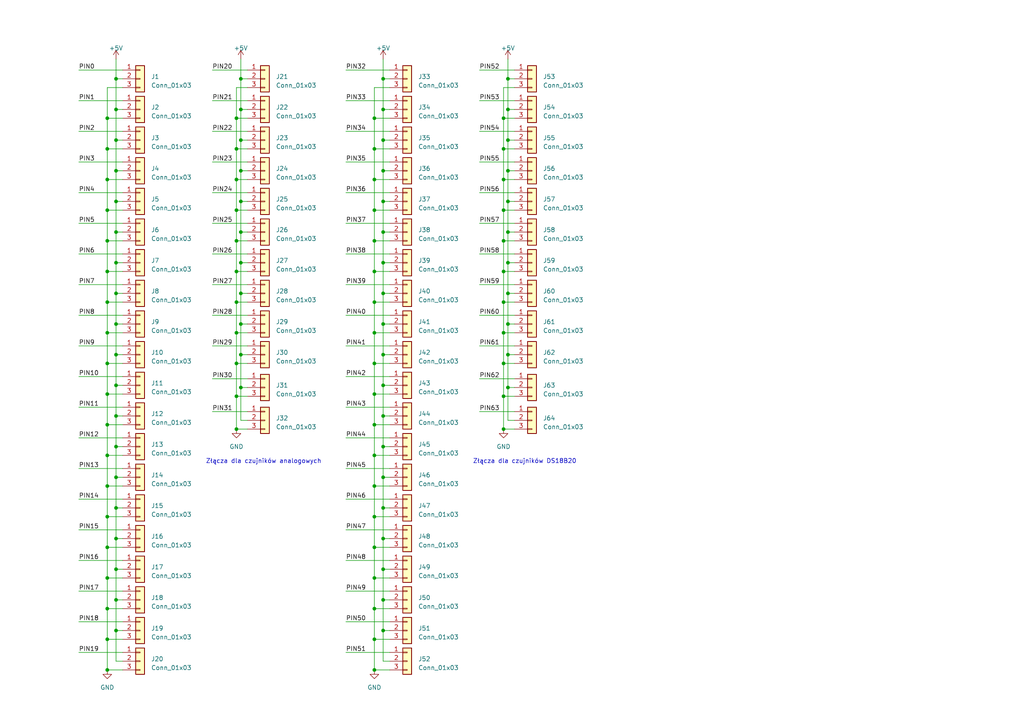
<source format=kicad_sch>
(kicad_sch (version 20230121) (generator eeschema)
  (paper "A4")
  (lib_symbols
    (symbol "Connector_Generic:Conn_01x03" (pin_names (offset 1.016) hide)
      (property "Reference" "J" (at 0 5.08 0))
      (property "Value" "Conn_01x03" (at 0 -5.08 0))
      (symbol "Conn_01x03_1_1"
        (rectangle (start -1.27 -2.413) (end 0 -2.667) (stroke (width 0.1524)))
        (rectangle (start -1.27 0.127) (end 0 -0.127) (stroke (width 0.1524)))
        (rectangle (start -1.27 2.667) (end 0 2.413) (stroke (width 0.1524)))
        (rectangle (start -1.27 3.81) (end 1.27 -3.81) (stroke (width 0.254)) (fill (type background)))
        (pin passive line (at -5.08 2.54 0) (length 3.81) (name "Pin_1") (number "1"))
        (pin passive line (at -5.08 0 0) (length 3.81) (name "Pin_2") (number "2"))
        (pin passive line (at -5.08 -2.54 0) (length 3.81) (name "Pin_3") (number "3"))
      )
    )
    (symbol "power:+5V" (power) (pin_names (offset 0))
      (property "Value" "+5V" (at 0 3.556 0))
      (symbol "+5V_0_1"
        (polyline (pts (xy -0.762 1.27) (xy 0 2.54)))
        (polyline (pts (xy 0 0) (xy 0 2.54)))
        (polyline (pts (xy 0 2.54) (xy 0.762 1.27)))
      )
      (symbol "+5V_1_1"
        (pin power_in line (at 0 0 90) (length 0) hide (name "+5V") (number "1"))
      )
    )
    (symbol "power:GND" (power) (pin_names (offset 0))
      (property "Value" "GND" (at 0 -3.81 0))
      (symbol "GND_0_1"
        (polyline (pts (xy 0 0) (xy 0 -1.27) (xy 1.27 -1.27) (xy 0 -2.54) (xy -1.27 -1.27) (xy 0 -1.27)))
      )
      (symbol "GND_1_1"
        (pin power_in line (at 0 0 270) (length 0) hide (name "GND") (number "1"))
      )
    )
  )
  (junction (at 111.125 76.2))
  (junction (at 31.115 114.3))
  (junction (at 31.115 176.53))
  (junction (at 108.585 114.3))
  (junction (at 33.655 67.31))
  (junction (at 146.05 124.46))
  (junction (at 146.05 96.52))
  (junction (at 69.85 40.64))
  (junction (at 68.58 52.07))
  (junction (at 69.85 67.31))
  (junction (at 68.58 43.18))
  (junction (at 146.05 114.935))
  (junction (at 31.115 43.18))
  (junction (at 147.32 85.09))
  (junction (at 146.05 34.29))
  (junction (at 31.115 52.07))
  (junction (at 33.655 111.76))
  (junction (at 31.115 149.86))
  (junction (at 33.655 93.98))
  (junction (at 69.85 31.75))
  (junction (at 108.585 158.75))
  (junction (at 31.115 140.97))
  (junction (at 33.655 165.1))
  (junction (at 68.58 60.96))
  (junction (at 33.655 182.88))
  (junction (at 33.655 76.2))
  (junction (at 111.125 31.75))
  (junction (at 31.115 60.96))
  (junction (at 68.58 78.74))
  (junction (at 33.655 49.53))
  (junction (at 69.85 76.2))
  (junction (at 68.58 96.52))
  (junction (at 33.655 85.09))
  (junction (at 31.115 194.31))
  (junction (at 108.585 185.42))
  (junction (at 108.585 140.97))
  (junction (at 111.125 102.87))
  (junction (at 147.32 112.395))
  (junction (at 108.585 43.18))
  (junction (at 68.58 114.935))
  (junction (at 33.655 120.65))
  (junction (at 31.115 167.64))
  (junction (at 108.585 105.41))
  (junction (at 146.05 52.07))
  (junction (at 111.125 182.88))
  (junction (at 108.585 60.96))
  (junction (at 69.85 22.86))
  (junction (at 33.655 102.87))
  (junction (at 147.32 22.86))
  (junction (at 69.85 112.395))
  (junction (at 31.115 87.63))
  (junction (at 69.85 58.42))
  (junction (at 31.115 123.19))
  (junction (at 108.585 34.29))
  (junction (at 108.585 78.74))
  (junction (at 69.85 102.87))
  (junction (at 147.32 58.42))
  (junction (at 111.125 129.54))
  (junction (at 111.125 40.64))
  (junction (at 111.125 67.31))
  (junction (at 111.125 147.32))
  (junction (at 108.585 149.86))
  (junction (at 33.655 22.86))
  (junction (at 31.115 105.41))
  (junction (at 146.05 43.18))
  (junction (at 69.85 49.53))
  (junction (at 111.125 58.42))
  (junction (at 68.58 87.63))
  (junction (at 31.115 78.74))
  (junction (at 111.125 49.53))
  (junction (at 147.32 67.31))
  (junction (at 68.58 105.41))
  (junction (at 33.655 58.42))
  (junction (at 108.585 69.85))
  (junction (at 33.655 138.43))
  (junction (at 111.125 173.99))
  (junction (at 68.58 34.29))
  (junction (at 108.585 52.07))
  (junction (at 108.585 87.63))
  (junction (at 111.125 120.65))
  (junction (at 146.05 105.41))
  (junction (at 147.32 31.75))
  (junction (at 33.655 173.99))
  (junction (at 31.115 34.29))
  (junction (at 147.32 76.2))
  (junction (at 111.125 93.98))
  (junction (at 31.115 132.08))
  (junction (at 33.655 147.32))
  (junction (at 69.85 93.98))
  (junction (at 108.585 123.19))
  (junction (at 108.585 194.31))
  (junction (at 147.32 49.53))
  (junction (at 111.125 156.21))
  (junction (at 147.32 102.87))
  (junction (at 33.655 40.64))
  (junction (at 108.585 96.52))
  (junction (at 147.32 93.98))
  (junction (at 108.585 176.53))
  (junction (at 31.115 185.42))
  (junction (at 69.85 85.09))
  (junction (at 111.125 22.86))
  (junction (at 146.05 69.85))
  (junction (at 31.115 96.52))
  (junction (at 33.655 129.54))
  (junction (at 111.125 85.09))
  (junction (at 68.58 124.46))
  (junction (at 33.655 156.21))
  (junction (at 68.58 69.85))
  (junction (at 147.32 40.64))
  (junction (at 31.115 69.85))
  (junction (at 31.115 158.75))
  (junction (at 146.05 78.74))
  (junction (at 146.05 60.96))
  (junction (at 111.125 138.43))
  (junction (at 108.585 132.08))
  (junction (at 111.125 165.1))
  (junction (at 111.125 111.76))
  (junction (at 146.05 87.63))
  (junction (at 108.585 167.64))
  (junction (at 33.655 31.75))
  (wire (pts (xy 147.32 67.31) (xy 147.32 76.2)))
  (wire (pts (xy 31.115 140.97) (xy 31.115 149.86)))
  (wire (pts (xy 31.115 149.86) (xy 31.115 158.75)))
  (wire (pts (xy 61.595 46.99) (xy 71.755 46.99)))
  (wire (pts (xy 100.33 144.78) (xy 113.03 144.78)))
  (wire (pts (xy 111.125 85.09) (xy 113.03 85.09)))
  (wire (pts (xy 69.85 76.2) (xy 69.85 85.09)))
  (wire (pts (xy 113.03 25.4) (xy 108.585 25.4)))
  (wire (pts (xy 33.655 76.2) (xy 35.56 76.2)))
  (wire (pts (xy 69.85 67.31) (xy 71.755 67.31)))
  (wire (pts (xy 69.85 112.395) (xy 69.85 121.92)))
  (wire (pts (xy 147.32 67.31) (xy 149.225 67.31)))
  (wire (pts (xy 113.03 22.86) (xy 111.125 22.86)))
  (wire (pts (xy 69.85 93.98) (xy 69.85 102.87)))
  (wire (pts (xy 33.655 67.31) (xy 35.56 67.31)))
  (wire (pts (xy 31.115 105.41) (xy 31.115 114.3)))
  (wire (pts (xy 22.86 46.99) (xy 35.56 46.99)))
  (wire (pts (xy 146.05 78.74) (xy 146.05 87.63)))
  (wire (pts (xy 108.585 69.85) (xy 108.585 78.74)))
  (wire (pts (xy 68.58 52.07) (xy 71.755 52.07)))
  (wire (pts (xy 31.115 52.07) (xy 31.115 60.96)))
  (wire (pts (xy 139.065 73.66) (xy 149.225 73.66)))
  (wire (pts (xy 108.585 167.64) (xy 108.585 176.53)))
  (wire (pts (xy 108.585 60.96) (xy 113.03 60.96)))
  (wire (pts (xy 146.05 69.85) (xy 146.05 78.74)))
  (wire (pts (xy 68.58 124.46) (xy 71.755 124.46)))
  (wire (pts (xy 31.115 132.08) (xy 35.56 132.08)))
  (wire (pts (xy 146.05 96.52) (xy 149.225 96.52)))
  (wire (pts (xy 108.585 43.18) (xy 108.585 52.07)))
  (wire (pts (xy 100.33 109.22) (xy 113.03 109.22)))
  (wire (pts (xy 108.585 87.63) (xy 113.03 87.63)))
  (wire (pts (xy 146.05 43.18) (xy 146.05 52.07)))
  (wire (pts (xy 33.655 129.54) (xy 33.655 138.43)))
  (wire (pts (xy 100.33 64.77) (xy 113.03 64.77)))
  (wire (pts (xy 68.58 87.63) (xy 68.58 96.52)))
  (wire (pts (xy 100.33 100.33) (xy 113.03 100.33)))
  (wire (pts (xy 111.125 182.88) (xy 111.125 191.77)))
  (wire (pts (xy 146.05 43.18) (xy 149.225 43.18)))
  (wire (pts (xy 33.655 40.64) (xy 35.56 40.64)))
  (wire (pts (xy 31.115 87.63) (xy 31.115 96.52)))
  (wire (pts (xy 69.85 40.64) (xy 69.85 49.53)))
  (wire (pts (xy 146.05 52.07) (xy 146.05 60.96)))
  (wire (pts (xy 111.125 111.76) (xy 111.125 120.65)))
  (wire (pts (xy 108.585 96.52) (xy 108.585 105.41)))
  (wire (pts (xy 68.58 25.4) (xy 68.58 34.29)))
  (wire (pts (xy 61.595 100.33) (xy 71.755 100.33)))
  (wire (pts (xy 35.56 22.86) (xy 33.655 22.86)))
  (wire (pts (xy 33.655 156.21) (xy 35.56 156.21)))
  (wire (pts (xy 108.585 185.42) (xy 108.585 194.31)))
  (wire (pts (xy 33.655 93.98) (xy 33.655 102.87)))
  (wire (pts (xy 100.33 162.56) (xy 113.03 162.56)))
  (wire (pts (xy 71.755 25.4) (xy 68.58 25.4)))
  (wire (pts (xy 33.655 111.76) (xy 33.655 120.65)))
  (wire (pts (xy 31.115 105.41) (xy 35.56 105.41)))
  (wire (pts (xy 22.86 91.44) (xy 35.56 91.44)))
  (wire (pts (xy 22.86 118.11) (xy 35.56 118.11)))
  (wire (pts (xy 61.595 73.66) (xy 71.755 73.66)))
  (wire (pts (xy 33.655 147.32) (xy 33.655 156.21)))
  (wire (pts (xy 111.125 173.99) (xy 111.125 182.88)))
  (wire (pts (xy 68.58 114.935) (xy 68.58 124.46)))
  (wire (pts (xy 111.125 58.42) (xy 111.125 67.31)))
  (wire (pts (xy 147.32 17.145) (xy 147.32 22.86)))
  (wire (pts (xy 33.655 129.54) (xy 35.56 129.54)))
  (wire (pts (xy 111.125 147.32) (xy 113.03 147.32)))
  (wire (pts (xy 100.33 46.99) (xy 113.03 46.99)))
  (wire (pts (xy 111.125 129.54) (xy 111.125 138.43)))
  (wire (pts (xy 146.05 114.935) (xy 146.05 124.46)))
  (wire (pts (xy 69.85 58.42) (xy 69.85 67.31)))
  (wire (pts (xy 100.33 55.88) (xy 113.03 55.88)))
  (wire (pts (xy 139.065 29.21) (xy 149.225 29.21)))
  (wire (pts (xy 111.125 76.2) (xy 111.125 85.09)))
  (wire (pts (xy 22.86 162.56) (xy 35.56 162.56)))
  (wire (pts (xy 108.585 158.75) (xy 108.585 167.64)))
  (wire (pts (xy 111.125 76.2) (xy 113.03 76.2)))
  (wire (pts (xy 69.85 121.92) (xy 71.755 121.92)))
  (wire (pts (xy 147.32 49.53) (xy 149.225 49.53)))
  (wire (pts (xy 61.595 29.21) (xy 71.755 29.21)))
  (wire (pts (xy 111.125 58.42) (xy 113.03 58.42)))
  (wire (pts (xy 31.115 34.29) (xy 35.56 34.29)))
  (wire (pts (xy 111.125 49.53) (xy 111.125 58.42)))
  (wire (pts (xy 33.655 58.42) (xy 35.56 58.42)))
  (wire (pts (xy 147.32 31.75) (xy 149.225 31.75)))
  (wire (pts (xy 100.33 180.34) (xy 113.03 180.34)))
  (wire (pts (xy 68.58 43.18) (xy 68.58 52.07)))
  (wire (pts (xy 33.655 182.88) (xy 33.655 191.77)))
  (wire (pts (xy 100.33 171.45) (xy 113.03 171.45)))
  (wire (pts (xy 100.33 38.1) (xy 113.03 38.1)))
  (wire (pts (xy 100.33 82.55) (xy 113.03 82.55)))
  (wire (pts (xy 33.655 165.1) (xy 35.56 165.1)))
  (wire (pts (xy 111.125 102.87) (xy 111.125 111.76)))
  (wire (pts (xy 108.585 132.08) (xy 113.03 132.08)))
  (wire (pts (xy 33.655 85.09) (xy 33.655 93.98)))
  (wire (pts (xy 69.85 76.2) (xy 71.755 76.2)))
  (wire (pts (xy 68.58 87.63) (xy 71.755 87.63)))
  (wire (pts (xy 22.86 135.89) (xy 35.56 135.89)))
  (wire (pts (xy 108.585 185.42) (xy 113.03 185.42)))
  (wire (pts (xy 68.58 34.29) (xy 71.755 34.29)))
  (wire (pts (xy 147.32 112.395) (xy 147.32 121.92)))
  (wire (pts (xy 31.115 123.19) (xy 31.115 132.08)))
  (wire (pts (xy 111.125 182.88) (xy 113.03 182.88)))
  (wire (pts (xy 146.05 34.29) (xy 149.225 34.29)))
  (wire (pts (xy 146.05 52.07) (xy 149.225 52.07)))
  (wire (pts (xy 22.86 100.33) (xy 35.56 100.33)))
  (wire (pts (xy 61.595 82.55) (xy 71.755 82.55)))
  (wire (pts (xy 33.655 182.88) (xy 35.56 182.88)))
  (wire (pts (xy 33.655 120.65) (xy 33.655 129.54)))
  (wire (pts (xy 69.85 67.31) (xy 69.85 76.2)))
  (wire (pts (xy 108.585 87.63) (xy 108.585 96.52)))
  (wire (pts (xy 33.655 49.53) (xy 33.655 58.42)))
  (wire (pts (xy 108.585 140.97) (xy 113.03 140.97)))
  (wire (pts (xy 111.125 102.87) (xy 113.03 102.87)))
  (wire (pts (xy 69.85 58.42) (xy 71.755 58.42)))
  (wire (pts (xy 31.115 34.29) (xy 31.115 43.18)))
  (wire (pts (xy 111.125 17.145) (xy 111.125 22.86)))
  (wire (pts (xy 31.115 43.18) (xy 35.56 43.18)))
  (wire (pts (xy 22.86 38.1) (xy 35.56 38.1)))
  (wire (pts (xy 108.585 140.97) (xy 108.585 149.86)))
  (wire (pts (xy 108.585 132.08) (xy 108.585 140.97)))
  (wire (pts (xy 68.58 69.85) (xy 71.755 69.85)))
  (wire (pts (xy 22.86 153.67) (xy 35.56 153.67)))
  (wire (pts (xy 69.85 85.09) (xy 71.755 85.09)))
  (wire (pts (xy 33.655 93.98) (xy 35.56 93.98)))
  (wire (pts (xy 31.115 149.86) (xy 35.56 149.86)))
  (wire (pts (xy 111.125 138.43) (xy 111.125 147.32)))
  (wire (pts (xy 139.065 55.88) (xy 149.225 55.88)))
  (wire (pts (xy 68.58 43.18) (xy 71.755 43.18)))
  (wire (pts (xy 111.125 85.09) (xy 111.125 93.98)))
  (wire (pts (xy 108.585 123.19) (xy 108.585 132.08)))
  (wire (pts (xy 33.655 67.31) (xy 33.655 76.2)))
  (wire (pts (xy 147.32 49.53) (xy 147.32 58.42)))
  (wire (pts (xy 111.125 31.75) (xy 113.03 31.75)))
  (wire (pts (xy 22.86 29.21) (xy 35.56 29.21)))
  (wire (pts (xy 146.05 60.96) (xy 149.225 60.96)))
  (wire (pts (xy 108.585 60.96) (xy 108.585 69.85)))
  (wire (pts (xy 111.125 165.1) (xy 111.125 173.99)))
  (wire (pts (xy 31.115 185.42) (xy 35.56 185.42)))
  (wire (pts (xy 139.065 20.32) (xy 149.225 20.32)))
  (wire (pts (xy 147.32 102.87) (xy 147.32 112.395)))
  (wire (pts (xy 146.05 87.63) (xy 146.05 96.52)))
  (wire (pts (xy 108.585 78.74) (xy 113.03 78.74)))
  (wire (pts (xy 31.115 43.18) (xy 31.115 52.07)))
  (wire (pts (xy 31.115 167.64) (xy 35.56 167.64)))
  (wire (pts (xy 108.585 34.29) (xy 108.585 43.18)))
  (wire (pts (xy 69.85 49.53) (xy 69.85 58.42)))
  (wire (pts (xy 33.655 102.87) (xy 33.655 111.76)))
  (wire (pts (xy 33.655 17.145) (xy 33.655 22.86)))
  (wire (pts (xy 147.32 121.92) (xy 149.225 121.92)))
  (wire (pts (xy 33.655 147.32) (xy 35.56 147.32)))
  (wire (pts (xy 146.05 69.85) (xy 149.225 69.85)))
  (wire (pts (xy 33.655 22.86) (xy 33.655 31.75)))
  (wire (pts (xy 100.33 91.44) (xy 113.03 91.44)))
  (wire (pts (xy 149.225 22.86) (xy 147.32 22.86)))
  (wire (pts (xy 69.85 49.53) (xy 71.755 49.53)))
  (wire (pts (xy 33.655 31.75) (xy 35.56 31.75)))
  (wire (pts (xy 61.595 109.855) (xy 71.755 109.855)))
  (wire (pts (xy 61.595 91.44) (xy 71.755 91.44)))
  (wire (pts (xy 108.585 52.07) (xy 113.03 52.07)))
  (wire (pts (xy 61.595 38.1) (xy 71.755 38.1)))
  (wire (pts (xy 139.065 91.44) (xy 149.225 91.44)))
  (wire (pts (xy 146.05 34.29) (xy 146.05 43.18)))
  (wire (pts (xy 100.33 127) (xy 113.03 127)))
  (wire (pts (xy 35.56 49.53) (xy 33.655 49.53)))
  (wire (pts (xy 147.32 85.09) (xy 147.32 93.98)))
  (wire (pts (xy 31.115 78.74) (xy 31.115 87.63)))
  (wire (pts (xy 33.655 111.76) (xy 35.56 111.76)))
  (wire (pts (xy 31.115 87.63) (xy 35.56 87.63)))
  (wire (pts (xy 108.585 194.31) (xy 113.03 194.31)))
  (wire (pts (xy 147.32 76.2) (xy 149.225 76.2)))
  (wire (pts (xy 146.05 87.63) (xy 149.225 87.63)))
  (wire (pts (xy 31.115 114.3) (xy 35.56 114.3)))
  (wire (pts (xy 146.05 124.46) (xy 149.225 124.46)))
  (wire (pts (xy 108.585 149.86) (xy 108.585 158.75)))
  (wire (pts (xy 147.32 93.98) (xy 149.225 93.98)))
  (wire (pts (xy 68.58 34.29) (xy 68.58 43.18)))
  (wire (pts (xy 111.125 31.75) (xy 111.125 40.64)))
  (wire (pts (xy 69.85 112.395) (xy 71.755 112.395)))
  (wire (pts (xy 31.115 194.31) (xy 35.56 194.31)))
  (wire (pts (xy 147.32 31.75) (xy 147.32 40.64)))
  (wire (pts (xy 68.58 105.41) (xy 71.755 105.41)))
  (wire (pts (xy 31.115 185.42) (xy 31.115 194.31)))
  (wire (pts (xy 33.655 138.43) (xy 33.655 147.32)))
  (wire (pts (xy 31.115 176.53) (xy 31.115 185.42)))
  (wire (pts (xy 31.115 96.52) (xy 35.56 96.52)))
  (wire (pts (xy 108.585 25.4) (xy 108.585 34.29)))
  (wire (pts (xy 33.655 31.75) (xy 33.655 40.64)))
  (wire (pts (xy 31.115 96.52) (xy 31.115 105.41)))
  (wire (pts (xy 147.32 93.98) (xy 147.32 102.87)))
  (wire (pts (xy 22.86 64.77) (xy 35.56 64.77)))
  (wire (pts (xy 149.225 25.4) (xy 146.05 25.4)))
  (wire (pts (xy 33.655 138.43) (xy 35.56 138.43)))
  (wire (pts (xy 33.655 102.87) (xy 35.56 102.87)))
  (wire (pts (xy 146.05 96.52) (xy 146.05 105.41)))
  (wire (pts (xy 31.115 140.97) (xy 35.56 140.97)))
  (wire (pts (xy 146.05 78.74) (xy 149.225 78.74)))
  (wire (pts (xy 111.125 67.31) (xy 111.125 76.2)))
  (wire (pts (xy 61.595 20.32) (xy 71.755 20.32)))
  (wire (pts (xy 22.86 171.45) (xy 35.56 171.45)))
  (wire (pts (xy 33.655 76.2) (xy 33.655 85.09)))
  (wire (pts (xy 111.125 40.64) (xy 113.03 40.64)))
  (wire (pts (xy 68.58 78.74) (xy 68.58 87.63)))
  (wire (pts (xy 108.585 43.18) (xy 113.03 43.18)))
  (wire (pts (xy 68.58 60.96) (xy 68.58 69.85)))
  (wire (pts (xy 68.58 78.74) (xy 71.755 78.74)))
  (wire (pts (xy 108.585 114.3) (xy 108.585 123.19)))
  (wire (pts (xy 69.85 22.86) (xy 69.85 31.75)))
  (wire (pts (xy 69.85 40.64) (xy 71.755 40.64)))
  (wire (pts (xy 139.065 38.1) (xy 149.225 38.1)))
  (wire (pts (xy 31.115 69.85) (xy 35.56 69.85)))
  (wire (pts (xy 146.05 105.41) (xy 146.05 114.935)))
  (wire (pts (xy 108.585 96.52) (xy 113.03 96.52)))
  (wire (pts (xy 108.585 176.53) (xy 113.03 176.53)))
  (wire (pts (xy 61.595 55.88) (xy 71.755 55.88)))
  (wire (pts (xy 111.125 22.86) (xy 111.125 31.75)))
  (wire (pts (xy 69.85 17.145) (xy 69.85 22.86)))
  (wire (pts (xy 100.33 29.21) (xy 113.03 29.21)))
  (wire (pts (xy 31.115 78.74) (xy 35.56 78.74)))
  (wire (pts (xy 111.125 120.65) (xy 113.03 120.65)))
  (wire (pts (xy 111.125 93.98) (xy 111.125 102.87)))
  (wire (pts (xy 111.125 93.98) (xy 113.03 93.98)))
  (wire (pts (xy 33.655 156.21) (xy 33.655 165.1)))
  (wire (pts (xy 108.585 176.53) (xy 108.585 185.42)))
  (wire (pts (xy 33.655 85.09) (xy 35.56 85.09)))
  (wire (pts (xy 69.85 93.98) (xy 71.755 93.98)))
  (wire (pts (xy 111.125 191.77) (xy 113.03 191.77)))
  (wire (pts (xy 139.065 64.77) (xy 149.225 64.77)))
  (wire (pts (xy 139.065 109.855) (xy 149.225 109.855)))
  (wire (pts (xy 108.585 52.07) (xy 108.585 60.96)))
  (wire (pts (xy 100.33 73.66) (xy 113.03 73.66)))
  (wire (pts (xy 147.32 58.42) (xy 149.225 58.42)))
  (wire (pts (xy 111.125 129.54) (xy 113.03 129.54)))
  (wire (pts (xy 22.86 20.32) (xy 35.56 20.32)))
  (wire (pts (xy 100.33 153.67) (xy 113.03 153.67)))
  (wire (pts (xy 22.86 144.78) (xy 35.56 144.78)))
  (wire (pts (xy 147.32 58.42) (xy 147.32 67.31)))
  (wire (pts (xy 22.86 73.66) (xy 35.56 73.66)))
  (wire (pts (xy 111.125 138.43) (xy 113.03 138.43)))
  (wire (pts (xy 111.125 156.21) (xy 113.03 156.21)))
  (wire (pts (xy 111.125 165.1) (xy 113.03 165.1)))
  (wire (pts (xy 31.115 176.53) (xy 35.56 176.53)))
  (wire (pts (xy 108.585 105.41) (xy 108.585 114.3)))
  (wire (pts (xy 111.125 147.32) (xy 111.125 156.21)))
  (wire (pts (xy 139.065 100.33) (xy 149.225 100.33)))
  (wire (pts (xy 108.585 34.29) (xy 113.03 34.29)))
  (wire (pts (xy 139.065 119.38) (xy 149.225 119.38)))
  (wire (pts (xy 69.85 102.87) (xy 69.85 112.395)))
  (wire (pts (xy 33.655 173.99) (xy 33.655 182.88)))
  (wire (pts (xy 108.585 167.64) (xy 113.03 167.64)))
  (wire (pts (xy 61.595 119.38) (xy 71.755 119.38)))
  (wire (pts (xy 69.85 102.87) (xy 71.755 102.87)))
  (wire (pts (xy 111.125 156.21) (xy 111.125 165.1)))
  (wire (pts (xy 68.58 69.85) (xy 68.58 78.74)))
  (wire (pts (xy 100.33 118.11) (xy 113.03 118.11)))
  (wire (pts (xy 71.755 22.86) (xy 69.85 22.86)))
  (wire (pts (xy 147.32 85.09) (xy 149.225 85.09)))
  (wire (pts (xy 31.115 25.4) (xy 31.115 34.29)))
  (wire (pts (xy 108.585 69.85) (xy 113.03 69.85)))
  (wire (pts (xy 31.115 114.3) (xy 31.115 123.19)))
  (wire (pts (xy 22.86 189.23) (xy 35.56 189.23)))
  (wire (pts (xy 100.33 20.32) (xy 113.03 20.32)))
  (wire (pts (xy 31.115 158.75) (xy 31.115 167.64)))
  (wire (pts (xy 68.58 96.52) (xy 71.755 96.52)))
  (wire (pts (xy 147.32 40.64) (xy 149.225 40.64)))
  (wire (pts (xy 31.115 69.85) (xy 31.115 78.74)))
  (wire (pts (xy 147.32 102.87) (xy 149.225 102.87)))
  (wire (pts (xy 33.655 173.99) (xy 35.56 173.99)))
  (wire (pts (xy 108.585 123.19) (xy 113.03 123.19)))
  (wire (pts (xy 68.58 52.07) (xy 68.58 60.96)))
  (wire (pts (xy 108.585 158.75) (xy 113.03 158.75)))
  (wire (pts (xy 113.03 49.53) (xy 111.125 49.53)))
  (wire (pts (xy 68.58 60.96) (xy 71.755 60.96)))
  (wire (pts (xy 33.655 58.42) (xy 33.655 67.31)))
  (wire (pts (xy 147.32 112.395) (xy 149.225 112.395)))
  (wire (pts (xy 68.58 105.41) (xy 68.58 114.935)))
  (wire (pts (xy 31.115 52.07) (xy 35.56 52.07)))
  (wire (pts (xy 22.86 109.22) (xy 35.56 109.22)))
  (wire (pts (xy 147.32 76.2) (xy 147.32 85.09)))
  (wire (pts (xy 139.065 82.55) (xy 149.225 82.55)))
  (wire (pts (xy 108.585 78.74) (xy 108.585 87.63)))
  (wire (pts (xy 108.585 105.41) (xy 113.03 105.41)))
  (wire (pts (xy 111.125 67.31) (xy 113.03 67.31)))
  (wire (pts (xy 35.56 25.4) (xy 31.115 25.4)))
  (wire (pts (xy 31.115 60.96) (xy 35.56 60.96)))
  (wire (pts (xy 31.115 167.64) (xy 31.115 176.53)))
  (wire (pts (xy 147.32 40.64) (xy 147.32 49.53)))
  (wire (pts (xy 31.115 132.08) (xy 31.115 140.97)))
  (wire (pts (xy 69.85 31.75) (xy 69.85 40.64)))
  (wire (pts (xy 147.32 22.86) (xy 147.32 31.75)))
  (wire (pts (xy 33.655 120.65) (xy 35.56 120.65)))
  (wire (pts (xy 68.58 96.52) (xy 68.58 105.41)))
  (wire (pts (xy 100.33 135.89) (xy 113.03 135.89)))
  (wire (pts (xy 22.86 82.55) (xy 35.56 82.55)))
  (wire (pts (xy 22.86 180.34) (xy 35.56 180.34)))
  (wire (pts (xy 111.125 40.64) (xy 111.125 49.53)))
  (wire (pts (xy 69.85 85.09) (xy 69.85 93.98)))
  (wire (pts (xy 31.115 123.19) (xy 35.56 123.19)))
  (wire (pts (xy 146.05 105.41) (xy 149.225 105.41)))
  (wire (pts (xy 61.595 64.77) (xy 71.755 64.77)))
  (wire (pts (xy 146.05 114.935) (xy 149.225 114.935)))
  (wire (pts (xy 111.125 120.65) (xy 111.125 129.54)))
  (wire (pts (xy 33.655 165.1) (xy 33.655 173.99)))
  (wire (pts (xy 100.33 189.23) (xy 113.03 189.23)))
  (wire (pts (xy 111.125 111.76) (xy 113.03 111.76)))
  (wire (pts (xy 22.86 55.88) (xy 35.56 55.88)))
  (wire (pts (xy 69.85 31.75) (xy 71.755 31.75)))
  (wire (pts (xy 22.86 127) (xy 35.56 127)))
  (wire (pts (xy 139.065 46.99) (xy 149.225 46.99)))
  (wire (pts (xy 31.115 158.75) (xy 35.56 158.75)))
  (wire (pts (xy 146.05 60.96) (xy 146.05 69.85)))
  (wire (pts (xy 108.585 114.3) (xy 113.03 114.3)))
  (wire (pts (xy 33.655 40.64) (xy 33.655 49.53)))
  (wire (pts (xy 146.05 25.4) (xy 146.05 34.29)))
  (wire (pts (xy 68.58 114.935) (xy 71.755 114.935)))
  (wire (pts (xy 33.655 191.77) (xy 35.56 191.77)))
  (wire (pts (xy 111.125 173.99) (xy 113.03 173.99)))
  (wire (pts (xy 31.115 60.96) (xy 31.115 69.85)))
  (wire (pts (xy 108.585 149.86) (xy 113.03 149.86)))
  (text "Złącza dla czujników DS18B20" (at 137.16 134.62 0) (effects (font (size 1.27 1.27)) (justify left bottom)))
  (text "Złącza dla czujników analogowych" (at 59.69 134.62 0) (effects (font (size 1.27 1.27)) (justify left bottom)))
  (label "PIN43" (at 100.33 118.11 0))
  (label "PIN58" (at 139.065 73.66 0))
  (label "PIN35" (at 100.33 46.99 0))
  (label "PIN2" (at 22.86 38.1 0))
  (label "PIN54" (at 139.065 38.1 0))
  (label "PIN52" (at 139.065 20.32 0))
  (label "PIN28" (at 61.595 91.44 0))
  (label "PIN13" (at 22.86 135.89 0))
  (label "PIN48" (at 100.33 162.56 0))
  (label "PIN7" (at 22.86 82.55 0))
  (label "PIN0" (at 22.86 20.32 0))
  (label "PIN17" (at 22.86 171.45 0))
  (label "PIN36" (at 100.33 55.88 0))
  (label "PIN41" (at 100.33 100.33 0))
  (label "PIN1" (at 22.86 29.21 0))
  (label "PIN33" (at 100.33 29.21 0))
  (label "PIN46" (at 100.33 144.78 0))
  (label "PIN60" (at 139.065 91.44 0))
  (label "PIN16" (at 22.86 162.56 0))
  (label "PIN49" (at 100.33 171.45 0))
  (label "PIN56" (at 139.065 55.88 0))
  (label "PIN40" (at 100.33 91.44 0))
  (label "PIN18" (at 22.86 180.34 0))
  (label "PIN3" (at 22.86 46.99 0))
  (label "PIN19" (at 22.86 189.23 0))
  (label "PIN10" (at 22.86 109.22 0))
  (label "PIN25" (at 61.595 64.77 0))
  (label "PIN20" (at 61.595 20.32 0))
  (label "PIN32" (at 100.33 20.32 0))
  (label "PIN29" (at 61.595 100.33 0))
  (label "PIN45" (at 100.33 135.89 0))
  (label "PIN4" (at 22.86 55.88 0))
  (label "PIN15" (at 22.86 153.67 0))
  (label "PIN51" (at 100.33 189.23 0))
  (label "PIN63" (at 139.065 119.38 0))
  (label "PIN39" (at 100.33 82.55 0))
  (label "PIN37" (at 100.33 64.77 0))
  (label "PIN62" (at 139.065 109.855 0))
  (label "PIN31" (at 61.595 119.38 0))
  (label "PIN44" (at 100.33 127 0))
  (label "PIN34" (at 100.33 38.1 0))
  (label "PIN50" (at 100.33 180.34 0))
  (label "PIN14" (at 22.86 144.78 0))
  (label "PIN47" (at 100.33 153.67 0))
  (label "PIN6" (at 22.86 73.66 0))
  (label "PIN5" (at 22.86 64.77 0))
  (label "PIN22" (at 61.595 38.1 0))
  (label "PIN24" (at 61.595 55.88 0))
  (label "PIN57" (at 139.065 64.77 0))
  (label "PIN59" (at 139.065 82.55 0))
  (label "PIN23" (at 61.595 46.99 0))
  (label "PIN53" (at 139.065 29.21 0))
  (label "PIN55" (at 139.065 46.99 0))
  (label "PIN38" (at 100.33 73.66 0))
  (label "PIN11" (at 22.86 118.11 0))
  (label "PIN8" (at 22.86 91.44 0))
  (label "PIN42" (at 100.33 109.22 0))
  (label "PIN12" (at 22.86 127 0))
  (label "PIN27" (at 61.595 82.55 0))
  (label "PIN30" (at 61.595 109.855 0))
  (label "PIN61" (at 139.065 100.33 0))
  (label "PIN26" (at 61.595 73.66 0))
  (label "PIN9" (at 22.86 100.33 0))
  (label "PIN21" (at 61.595 29.21 0))
  (symbol (lib_id "Connector_Generic:Conn_01x03") (at 40.64 22.86 0) (unit 1)
    (property "Reference" "J1" (at 43.815 22.225 0) (effects (justify left)))
    (property "Value" "Conn_01x03" (at 43.815 24.765 0) (effects (justify left)))
  )
  (symbol (lib_id "Connector_Generic:Conn_01x03") (at 154.305 40.64 0) (unit 1)
    (property "Reference" "J55" (at 157.48 40.005 0) (effects (justify left)))
    (property "Value" "Conn_01x03" (at 157.48 42.545 0) (effects (justify left)))
  )
  (symbol (lib_id "power:+5V") (at 111.125 17.145 0) (unit 1)
    (property "Reference" "#PWR032" (effects hide))
    (property "Value" "+5V" (at 111.125 13.97 0))
  )
  (symbol (lib_id "Connector_Generic:Conn_01x03") (at 154.305 31.75 0) (unit 1)
    (property "Reference" "J54" (at 157.48 31.115 0) (effects (justify left)))
    (property "Value" "Conn_01x03" (at 157.48 33.655 0) (effects (justify left)))
  )
  (symbol (lib_id "Connector_Generic:Conn_01x03") (at 118.11 67.31 0) (unit 1)
    (property "Reference" "J38" (at 121.285 66.675 0) (effects (justify left)))
    (property "Value" "Conn_01x03" (at 121.285 69.215 0) (effects (justify left)))
  )
  (symbol (lib_id "power:+5V") (at 147.32 17.145 0) (unit 1)
    (property "Reference" "#PWR034" (effects hide))
    (property "Value" "+5V" (at 147.32 13.97 0))
  )
  (symbol (lib_id "power:+5V") (at 33.655 17.145 0) (unit 1)
    (property "Reference" "#PWR027" (effects hide))
    (property "Value" "+5V" (at 33.655 13.97 0))
  )
  (symbol (lib_id "Connector_Generic:Conn_01x03") (at 118.11 102.87 0) (unit 1)
    (property "Reference" "J42" (at 121.285 102.235 0) (effects (justify left)))
    (property "Value" "Conn_01x03" (at 121.285 104.775 0) (effects (justify left)))
  )
  (symbol (lib_id "Connector_Generic:Conn_01x03") (at 40.64 138.43 0) (unit 1)
    (property "Reference" "J14" (at 43.815 137.795 0) (effects (justify left)))
    (property "Value" "Conn_01x03" (at 43.815 140.335 0) (effects (justify left)))
  )
  (symbol (lib_id "power:GND") (at 31.115 194.31 0) (unit 1)
    (property "Reference" "#PWR028" (effects hide))
    (property "Value" "GND" (at 31.115 199.39 0))
  )
  (symbol (lib_id "Connector_Generic:Conn_01x03") (at 76.835 102.87 0) (unit 1)
    (property "Reference" "J30" (at 80.01 102.235 0) (effects (justify left)))
    (property "Value" "Conn_01x03" (at 80.01 104.775 0) (effects (justify left)))
  )
  (symbol (lib_id "Connector_Generic:Conn_01x03") (at 154.305 76.2 0) (unit 1)
    (property "Reference" "J59" (at 157.48 75.565 0) (effects (justify left)))
    (property "Value" "Conn_01x03" (at 157.48 78.105 0) (effects (justify left)))
  )
  (symbol (lib_id "Connector_Generic:Conn_01x03") (at 118.11 49.53 0) (unit 1)
    (property "Reference" "J36" (at 121.285 48.895 0) (effects (justify left)))
    (property "Value" "Conn_01x03" (at 121.285 51.435 0) (effects (justify left)))
  )
  (symbol (lib_id "Connector_Generic:Conn_01x03") (at 40.64 85.09 0) (unit 1)
    (property "Reference" "J8" (at 43.815 84.455 0) (effects (justify left)))
    (property "Value" "Conn_01x03" (at 43.815 86.995 0) (effects (justify left)))
  )
  (symbol (lib_id "Connector_Generic:Conn_01x03") (at 40.64 102.87 0) (unit 1)
    (property "Reference" "J10" (at 43.815 102.235 0) (effects (justify left)))
    (property "Value" "Conn_01x03" (at 43.815 104.775 0) (effects (justify left)))
  )
  (symbol (lib_id "Connector_Generic:Conn_01x03") (at 40.64 147.32 0) (unit 1)
    (property "Reference" "J15" (at 43.815 146.685 0) (effects (justify left)))
    (property "Value" "Conn_01x03" (at 43.815 149.225 0) (effects (justify left)))
  )
  (symbol (lib_id "Connector_Generic:Conn_01x03") (at 40.64 31.75 0) (unit 1)
    (property "Reference" "J2" (at 43.815 31.115 0) (effects (justify left)))
    (property "Value" "Conn_01x03" (at 43.815 33.655 0) (effects (justify left)))
  )
  (symbol (lib_id "Connector_Generic:Conn_01x03") (at 76.835 76.2 0) (unit 1)
    (property "Reference" "J27" (at 80.01 75.565 0) (effects (justify left)))
    (property "Value" "Conn_01x03" (at 80.01 78.105 0) (effects (justify left)))
  )
  (symbol (lib_id "Connector_Generic:Conn_01x03") (at 154.305 58.42 0) (unit 1)
    (property "Reference" "J57" (at 157.48 57.785 0) (effects (justify left)))
    (property "Value" "Conn_01x03" (at 157.48 60.325 0) (effects (justify left)))
  )
  (symbol (lib_id "Connector_Generic:Conn_01x03") (at 118.11 156.21 0) (unit 1)
    (property "Reference" "J48" (at 121.285 155.575 0) (effects (justify left)))
    (property "Value" "Conn_01x03" (at 121.285 158.115 0) (effects (justify left)))
  )
  (symbol (lib_id "Connector_Generic:Conn_01x03") (at 76.835 49.53 0) (unit 1)
    (property "Reference" "J24" (at 80.01 48.895 0) (effects (justify left)))
    (property "Value" "Conn_01x03" (at 80.01 51.435 0) (effects (justify left)))
  )
  (symbol (lib_id "Connector_Generic:Conn_01x03") (at 76.835 31.75 0) (unit 1)
    (property "Reference" "J22" (at 80.01 31.115 0) (effects (justify left)))
    (property "Value" "Conn_01x03" (at 80.01 33.655 0) (effects (justify left)))
  )
  (symbol (lib_id "Connector_Generic:Conn_01x03") (at 40.64 67.31 0) (unit 1)
    (property "Reference" "J6" (at 43.815 66.675 0) (effects (justify left)))
    (property "Value" "Conn_01x03" (at 43.815 69.215 0) (effects (justify left)))
  )
  (symbol (lib_id "Connector_Generic:Conn_01x03") (at 40.64 191.77 0) (unit 1)
    (property "Reference" "J20" (at 43.815 191.135 0) (effects (justify left)))
    (property "Value" "Conn_01x03" (at 43.815 193.675 0) (effects (justify left)))
  )
  (symbol (lib_id "Connector_Generic:Conn_01x03") (at 76.835 22.86 0) (unit 1)
    (property "Reference" "J21" (at 80.01 22.225 0) (effects (justify left)))
    (property "Value" "Conn_01x03" (at 80.01 24.765 0) (effects (justify left)))
  )
  (symbol (lib_id "Connector_Generic:Conn_01x03") (at 154.305 112.395 0) (unit 1)
    (property "Reference" "J63" (at 157.48 111.76 0) (effects (justify left)))
    (property "Value" "Conn_01x03" (at 157.48 114.3 0) (effects (justify left)))
  )
  (symbol (lib_id "Connector_Generic:Conn_01x03") (at 40.64 93.98 0) (unit 1)
    (property "Reference" "J9" (at 43.815 93.345 0) (effects (justify left)))
    (property "Value" "Conn_01x03" (at 43.815 95.885 0) (effects (justify left)))
  )
  (symbol (lib_id "Connector_Generic:Conn_01x03") (at 118.11 22.86 0) (unit 1)
    (property "Reference" "J33" (at 121.285 22.225 0) (effects (justify left)))
    (property "Value" "Conn_01x03" (at 121.285 24.765 0) (effects (justify left)))
  )
  (symbol (lib_id "Connector_Generic:Conn_01x03") (at 154.305 85.09 0) (unit 1)
    (property "Reference" "J60" (at 157.48 84.455 0) (effects (justify left)))
    (property "Value" "Conn_01x03" (at 157.48 86.995 0) (effects (justify left)))
  )
  (symbol (lib_id "Connector_Generic:Conn_01x03") (at 40.64 120.65 0) (unit 1)
    (property "Reference" "J12" (at 43.815 120.015 0) (effects (justify left)))
    (property "Value" "Conn_01x03" (at 43.815 122.555 0) (effects (justify left)))
  )
  (symbol (lib_id "Connector_Generic:Conn_01x03") (at 118.11 165.1 0) (unit 1)
    (property "Reference" "J49" (at 121.285 164.465 0) (effects (justify left)))
    (property "Value" "Conn_01x03" (at 121.285 167.005 0) (effects (justify left)))
  )
  (symbol (lib_id "Connector_Generic:Conn_01x03") (at 154.305 67.31 0) (unit 1)
    (property "Reference" "J58" (at 157.48 66.675 0) (effects (justify left)))
    (property "Value" "Conn_01x03" (at 157.48 69.215 0) (effects (justify left)))
  )
  (symbol (lib_id "Connector_Generic:Conn_01x03") (at 76.835 58.42 0) (unit 1)
    (property "Reference" "J25" (at 80.01 57.785 0) (effects (justify left)))
    (property "Value" "Conn_01x03" (at 80.01 60.325 0) (effects (justify left)))
  )
  (symbol (lib_id "Connector_Generic:Conn_01x03") (at 40.64 58.42 0) (unit 1)
    (property "Reference" "J5" (at 43.815 57.785 0) (effects (justify left)))
    (property "Value" "Conn_01x03" (at 43.815 60.325 0) (effects (justify left)))
  )
  (symbol (lib_id "power:GND") (at 68.58 124.46 0) (unit 1)
    (property "Reference" "#PWR030" (effects hide))
    (property "Value" "GND" (at 68.58 129.54 0))
  )
  (symbol (lib_id "Connector_Generic:Conn_01x03") (at 154.305 121.92 0) (unit 1)
    (property "Reference" "J64" (at 157.48 121.285 0) (effects (justify left)))
    (property "Value" "Conn_01x03" (at 157.48 123.825 0) (effects (justify left)))
  )
  (symbol (lib_id "Connector_Generic:Conn_01x03") (at 40.64 173.99 0) (unit 1)
    (property "Reference" "J18" (at 43.815 173.355 0) (effects (justify left)))
    (property "Value" "Conn_01x03" (at 43.815 175.895 0) (effects (justify left)))
  )
  (symbol (lib_id "power:GND") (at 146.05 124.46 0) (unit 1)
    (property "Reference" "#PWR033" (effects hide))
    (property "Value" "GND" (at 146.05 129.54 0))
  )
  (symbol (lib_id "Connector_Generic:Conn_01x03") (at 76.835 121.92 0) (unit 1)
    (property "Reference" "J32" (at 80.01 121.285 0) (effects (justify left)))
    (property "Value" "Conn_01x03" (at 80.01 123.825 0) (effects (justify left)))
  )
  (symbol (lib_id "Connector_Generic:Conn_01x03") (at 154.305 93.98 0) (unit 1)
    (property "Reference" "J61" (at 157.48 93.345 0) (effects (justify left)))
    (property "Value" "Conn_01x03" (at 157.48 95.885 0) (effects (justify left)))
  )
  (symbol (lib_id "Connector_Generic:Conn_01x03") (at 76.835 112.395 0) (unit 1)
    (property "Reference" "J31" (at 80.01 111.76 0) (effects (justify left)))
    (property "Value" "Conn_01x03" (at 80.01 114.3 0) (effects (justify left)))
  )
  (symbol (lib_id "Connector_Generic:Conn_01x03") (at 118.11 31.75 0) (unit 1)
    (property "Reference" "J34" (at 121.285 31.115 0) (effects (justify left)))
    (property "Value" "Conn_01x03" (at 121.285 33.655 0) (effects (justify left)))
  )
  (symbol (lib_id "Connector_Generic:Conn_01x03") (at 76.835 85.09 0) (unit 1)
    (property "Reference" "J28" (at 80.01 84.455 0) (effects (justify left)))
    (property "Value" "Conn_01x03" (at 80.01 86.995 0) (effects (justify left)))
  )
  (symbol (lib_id "power:GND") (at 108.585 194.31 0) (unit 1)
    (property "Reference" "#PWR031" (effects hide))
    (property "Value" "GND" (at 108.585 199.39 0))
  )
  (symbol (lib_id "Connector_Generic:Conn_01x03") (at 40.64 40.64 0) (unit 1)
    (property "Reference" "J3" (at 43.815 40.005 0) (effects (justify left)))
    (property "Value" "Conn_01x03" (at 43.815 42.545 0) (effects (justify left)))
  )
  (symbol (lib_id "Connector_Generic:Conn_01x03") (at 118.11 147.32 0) (unit 1)
    (property "Reference" "J47" (at 121.285 146.685 0) (effects (justify left)))
    (property "Value" "Conn_01x03" (at 121.285 149.225 0) (effects (justify left)))
  )
  (symbol (lib_id "Connector_Generic:Conn_01x03") (at 40.64 111.76 0) (unit 1)
    (property "Reference" "J11" (at 43.815 111.125 0) (effects (justify left)))
    (property "Value" "Conn_01x03" (at 43.815 113.665 0) (effects (justify left)))
  )
  (symbol (lib_id "Connector_Generic:Conn_01x03") (at 118.11 138.43 0) (unit 1)
    (property "Reference" "J46" (at 121.285 137.795 0) (effects (justify left)))
    (property "Value" "Conn_01x03" (at 121.285 140.335 0) (effects (justify left)))
  )
  (symbol (lib_id "Connector_Generic:Conn_01x03") (at 40.64 165.1 0) (unit 1)
    (property "Reference" "J17" (at 43.815 164.465 0) (effects (justify left)))
    (property "Value" "Conn_01x03" (at 43.815 167.005 0) (effects (justify left)))
  )
  (symbol (lib_id "Connector_Generic:Conn_01x03") (at 76.835 40.64 0) (unit 1)
    (property "Reference" "J23" (at 80.01 40.005 0) (effects (justify left)))
    (property "Value" "Conn_01x03" (at 80.01 42.545 0) (effects (justify left)))
  )
  (symbol (lib_id "Connector_Generic:Conn_01x03") (at 118.11 76.2 0) (unit 1)
    (property "Reference" "J39" (at 121.285 75.565 0) (effects (justify left)))
    (property "Value" "Conn_01x03" (at 121.285 78.105 0) (effects (justify left)))
  )
  (symbol (lib_id "Connector_Generic:Conn_01x03") (at 40.64 129.54 0) (unit 1)
    (property "Reference" "J13" (at 43.815 128.905 0) (effects (justify left)))
    (property "Value" "Conn_01x03" (at 43.815 131.445 0) (effects (justify left)))
  )
  (symbol (lib_id "Connector_Generic:Conn_01x03") (at 154.305 102.87 0) (unit 1)
    (property "Reference" "J62" (at 157.48 102.235 0) (effects (justify left)))
    (property "Value" "Conn_01x03" (at 157.48 104.775 0) (effects (justify left)))
  )
  (symbol (lib_id "Connector_Generic:Conn_01x03") (at 40.64 76.2 0) (unit 1)
    (property "Reference" "J7" (at 43.815 75.565 0) (effects (justify left)))
    (property "Value" "Conn_01x03" (at 43.815 78.105 0) (effects (justify left)))
  )
  (symbol (lib_id "Connector_Generic:Conn_01x03") (at 76.835 67.31 0) (unit 1)
    (property "Reference" "J26" (at 80.01 66.675 0) (effects (justify left)))
    (property "Value" "Conn_01x03" (at 80.01 69.215 0) (effects (justify left)))
  )
  (symbol (lib_id "Connector_Generic:Conn_01x03") (at 118.11 85.09 0) (unit 1)
    (property "Reference" "J40" (at 121.285 84.455 0) (effects (justify left)))
    (property "Value" "Conn_01x03" (at 121.285 86.995 0) (effects (justify left)))
  )
  (symbol (lib_id "Connector_Generic:Conn_01x03") (at 118.11 58.42 0) (unit 1)
    (property "Reference" "J37" (at 121.285 57.785 0) (effects (justify left)))
    (property "Value" "Conn_01x03" (at 121.285 60.325 0) (effects (justify left)))
  )
  (symbol (lib_id "Connector_Generic:Conn_01x03") (at 118.11 40.64 0) (unit 1)
    (property "Reference" "J35" (at 121.285 40.005 0) (effects (justify left)))
    (property "Value" "Conn_01x03" (at 121.285 42.545 0) (effects (justify left)))
  )
  (symbol (lib_id "Connector_Generic:Conn_01x03") (at 118.11 191.77 0) (unit 1)
    (property "Reference" "J52" (at 121.285 191.135 0) (effects (justify left)))
    (property "Value" "Conn_01x03" (at 121.285 193.675 0) (effects (justify left)))
  )
  (symbol (lib_id "Connector_Generic:Conn_01x03") (at 118.11 111.76 0) (unit 1)
    (property "Reference" "J43" (at 121.285 111.125 0) (effects (justify left)))
    (property "Value" "Conn_01x03" (at 121.285 113.665 0) (effects (justify left)))
  )
  (symbol (lib_id "Connector_Generic:Conn_01x03") (at 118.11 120.65 0) (unit 1)
    (property "Reference" "J44" (at 121.285 120.015 0) (effects (justify left)))
    (property "Value" "Conn_01x03" (at 121.285 122.555 0) (effects (justify left)))
  )
  (symbol (lib_id "Connector_Generic:Conn_01x03") (at 40.64 49.53 0) (unit 1)
    (property "Reference" "J4" (at 43.815 48.895 0) (effects (justify left)))
    (property "Value" "Conn_01x03" (at 43.815 51.435 0) (effects (justify left)))
  )
  (symbol (lib_id "Connector_Generic:Conn_01x03") (at 154.305 22.86 0) (unit 1)
    (property "Reference" "J53" (at 157.48 22.225 0) (effects (justify left)))
    (property "Value" "Conn_01x03" (at 157.48 24.765 0) (effects (justify left)))
  )
  (symbol (lib_id "Connector_Generic:Conn_01x03") (at 118.11 182.88 0) (unit 1)
    (property "Reference" "J51" (at 121.285 182.245 0) (effects (justify left)))
    (property "Value" "Conn_01x03" (at 121.285 184.785 0) (effects (justify left)))
  )
  (symbol (lib_id "Connector_Generic:Conn_01x03") (at 154.305 49.53 0) (unit 1)
    (property "Reference" "J56" (at 157.48 48.895 0) (effects (justify left)))
    (property "Value" "Conn_01x03" (at 157.48 51.435 0) (effects (justify left)))
  )
  (symbol (lib_id "power:+5V") (at 69.85 17.145 0) (unit 1)
    (property "Reference" "#PWR029" (effects hide))
    (property "Value" "+5V" (at 69.85 13.97 0))
  )
  (symbol (lib_id "Connector_Generic:Conn_01x03") (at 76.835 93.98 0) (unit 1)
    (property "Reference" "J29" (at 80.01 93.345 0) (effects (justify left)))
    (property "Value" "Conn_01x03" (at 80.01 95.885 0) (effects (justify left)))
  )
  (symbol (lib_id "Connector_Generic:Conn_01x03") (at 40.64 182.88 0) (unit 1)
    (property "Reference" "J19" (at 43.815 182.245 0) (effects (justify left)))
    (property "Value" "Conn_01x03" (at 43.815 184.785 0) (effects (justify left)))
  )
  (symbol (lib_id "Connector_Generic:Conn_01x03") (at 118.11 173.99 0) (unit 1)
    (property "Reference" "J50" (at 121.285 173.355 0) (effects (justify left)))
    (property "Value" "Conn_01x03" (at 121.285 175.895 0) (effects (justify left)))
  )
  (symbol (lib_id "Connector_Generic:Conn_01x03") (at 40.64 156.21 0) (unit 1)
    (property "Reference" "J16" (at 43.815 155.575 0) (effects (justify left)))
    (property "Value" "Conn_01x03" (at 43.815 158.115 0) (effects (justify left)))
  )
  (symbol (lib_id "Connector_Generic:Conn_01x03") (at 118.11 129.54 0) (unit 1)
    (property "Reference" "J45" (at 121.285 128.905 0) (effects (justify left)))
    (property "Value" "Conn_01x03" (at 121.285 131.445 0) (effects (justify left)))
  )
  (symbol (lib_id "Connector_Generic:Conn_01x03") (at 118.11 93.98 0) (unit 1)
    (property "Reference" "J41" (at 121.285 93.345 0) (effects (justify left)))
    (property "Value" "Conn_01x03" (at 121.285 95.885 0) (effects (justify left)))
  )
)
</source>
